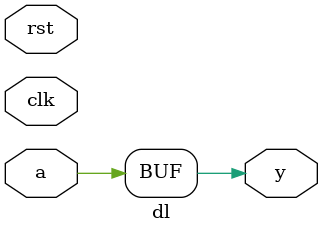
<source format=v>
`timescale 1ns/1ps
`default_nettype none

module dl(
    output reg y,
    input wire a,
    input wire clk,
    input wire rst
);
parameter delay = 31000;

initial y = 0;

`ifdef TARGET_FPGA

localparam SIZE = (delay*10/244);
reg [SIZE-1:0] delay_line;

always @(posedge clk) begin
    if (~rst) begin
        delay_line <= 0;
        y <= 0;
    end else begin
        y <= delay_line[SIZE-1];
        delay_line <= {delay_line[SIZE-2:0], a};
    end
end

`else

always @(a) begin
    y <= #delay a;
end

`endif
endmodule
`default_nettype wire

</source>
